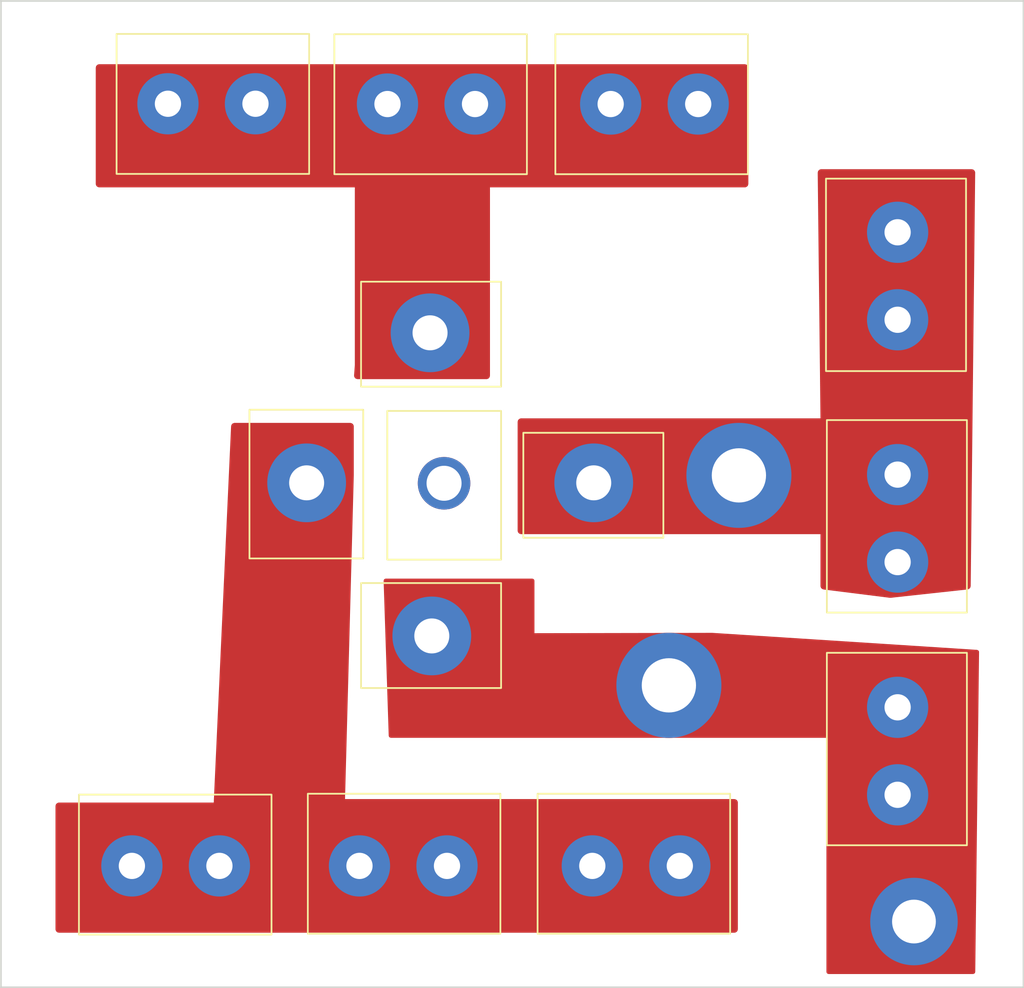
<source format=kicad_pcb>
(kicad_pcb (version 20221018) (generator pcbnew)
  (layers (0 "F.Cu" signal) (31 "B.Cu" signal) (34 "B.Paste" user) (35 "F.Paste" user) (36 "B.SilkS" user "B.Silkscreen") (37 "F.SilkS" user "F.Silkscreen") (38 "B.Mask" user) (39 "F.Mask" user) (44 "Edge.Cuts" user))
  (net 0 "")
  (net 1 "positive_motors")
  (net 2 "negative_motors")
  (net 3 "pwr")
  (net 4 "gnd")
  (footprint "" (layer "F.Cu") (at 159 83)
    (fp_text reference "" (at 0 0) (layer "F.SilkS") (effects (font (size 1.27 1.27))))
    (fp_text value "" (at 0 0) (layer "F.SilkS") (effects (font (size 1.27 1.27))))
    (pad "2" thru_hole circle (at 0 0) (size 6 6) (drill 3.1) (layers "*.Cu" "*.Mask") (net 3 "pwr"))
  )
  (footprint "" (layer "F.Cu") (at 169 108.5)
    (fp_text reference "" (at 0 0) (layer "F.SilkS") (effects (font (size 1.27 1.27))))
    (fp_text value "" (at 0 0) (layer "F.SilkS") (effects (font (size 1.27 1.27))))
    (pad "1" thru_hole circle (at 0 0) (size 5 5) (drill 2.5) (layers "*.Cu" "*.Mask") (net 4 "gnd"))
  )
  (footprint "" (layer "F.Cu") (at 155 95)
    (fp_text reference "" (at 0 0) (layer "F.SilkS") (effects (font (size 1.27 1.27))))
    (fp_text value "" (at 0 0) (layer "F.SilkS") (effects (font (size 1.27 1.27))))
    (pad "2" thru_hole circle (at 0 0) (size 6 6) (drill 3.1) (layers "*.Cu" "*.Mask") (net 4 "gnd"))
  )
  (footprint "clipboard:3956bf9f-648b-47b4-8fb4-f867ac44dcf9" (layer "F.Cu") (at 152.4 109.22)
    (fp_text reference "" (at 17.78 -5.08) (layer "F.SilkS") (effects (font (size 1.27 1.27))))
    (fp_text value "" (at 0 0) (layer "F.SilkS") (effects (font (size 1.27 1.27))))
    (fp_rect (start -31.1 -7.975) (end -20.1 0.025) (stroke (width 0.1)) (fill none) (layer "F.SilkS"))
    (fp_rect (start -28.95 -51.45) (end -17.95 -43.45) (stroke (width 0.1)) (fill none) (layer "F.SilkS"))
    (fp_rect (start -18.025 -8.025) (end -7.025 -0.025) (stroke (width 0.1)) (fill none) (layer "F.SilkS"))
    (fp_rect (start -16.51 -51.434) (end -5.51 -43.434) (stroke (width 0.1)) (fill none) (layer "F.SilkS"))
    (fp_rect (start -14.859 -29.972) (end -21.359 -21.472) (stroke (width 0.1)) (fill none) (layer "F.SilkS"))
    (fp_rect (start -6.985 -37.29) (end -14.985 -31.29) (stroke (width 0.1)) (fill none) (layer "F.SilkS"))
    (fp_rect (start -6.985 -29.904) (end -13.485 -21.404) (stroke (width 0.1)) (fill none) (layer "F.SilkS"))
    (fp_rect (start -6.985 -20.066) (end -14.985 -14.066) (stroke (width 0.1)) (fill none) (layer "F.SilkS"))
    (fp_rect (start -4.9 -8.025) (end 6.1 -0.025) (stroke (width 0.1)) (fill none) (layer "F.SilkS"))
    (fp_rect (start -3.885 -51.434) (end 7.115 -43.434) (stroke (width 0.1)) (fill none) (layer "F.SilkS"))
    (fp_rect (start 2.285 -28.654) (end -5.715 -22.654) (stroke (width 0.1)) (fill none) (layer "F.SilkS"))
    (fp_rect (start 11.575 -32.18) (end 19.575 -43.18) (stroke (width 0.1)) (fill none) (layer "F.SilkS"))
    (fp_rect (start 11.625 -18.38) (end 19.625 -29.38) (stroke (width 0.1)) (fill none) (layer "F.SilkS"))
    (fp_rect (start 11.625 -5.08) (end 19.625 -16.08) (stroke (width 0.1)) (fill none) (layer "F.SilkS"))
    (pad "1" thru_hole circle (at -28.076 -3.9) (size 3.5 3.5) (drill 1.5) (layers "*.Cu" "*.Mask") (net 1 "positive_motors"))
    (pad "1" thru_hole circle (at -26.016 -47.46) (size 3.5 3.5) (drill 1.5) (layers "*.Cu" "*.Mask") (net 2 "negative_motors"))
    (pad "1" thru_hole circle (at -23.076 -3.9) (size 3.5 3.5) (drill 1.5) (layers "*.Cu" "*.Mask") (net 1 "positive_motors"))
    (pad "1" thru_hole circle (at -21.016 -47.46) (size 3.5 3.5) (drill 1.5) (layers "*.Cu" "*.Mask") (net 2 "negative_motors"))
    (pad "1" thru_hole circle (at -15.075 -3.9) (size 3.5 3.5) (drill 1.5) (layers "*.Cu" "*.Mask") (net 1 "positive_motors"))
    (pad "1" thru_hole circle (at -13.475 -47.444) (size 3.5 3.5) (drill 1.5) (layers "*.Cu" "*.Mask") (net 2 "negative_motors"))
    (pad "1" thru_hole circle (at -10.075 -3.9) (size 3.5 3.5) (drill 1.5) (layers "*.Cu" "*.Mask") (net 1 "positive_motors"))
    (pad "1" thru_hole circle (at -8.475 -47.444) (size 3.5 3.5) (drill 1.5) (layers "*.Cu" "*.Mask") (net 2 "negative_motors"))
    (pad "1" thru_hole circle (at -1.775 -3.9) (size 3.5 3.5) (drill 1.5) (layers "*.Cu" "*.Mask") (net 1 "positive_motors"))
    (pad "1" thru_hole circle (at -0.725 -47.444) (size 3.5 3.5) (drill 1.5) (layers "*.Cu" "*.Mask") (net 2 "negative_motors"))
    (pad "1" thru_hole circle (at 3.225 -3.9) (size 3.5 3.5) (drill 1.5) (layers "*.Cu" "*.Mask") (net 1 "positive_motors"))
    (pad "1" thru_hole circle (at 4.275 -47.444) (size 3.5 3.5) (drill 1.5) (layers "*.Cu" "*.Mask") (net 2 "negative_motors"))
    (pad "1" thru_hole circle (at 15.667 -40.114) (size 3.5 3.5) (drill 1.5) (layers "*.Cu" "*.Mask") (net 3 "pwr"))
    (pad "1" thru_hole circle (at 15.667 -35.114) (size 3.5 3.5) (drill 1.5) (layers "*.Cu" "*.Mask") (net 3 "pwr"))
    (pad "1" thru_hole circle (at 15.667 -26.264) (size 3.5 3.5) (drill 1.5) (layers "*.Cu" "*.Mask") (net 3 "pwr"))
    (pad "1" thru_hole circle (at 15.667 -21.264) (size 3.5 3.5) (drill 1.5) (layers "*.Cu" "*.Mask") (net 3 "pwr"))
    (pad "1" thru_hole circle (at 15.667 -12.964) (size 3.5 3.5) (drill 1.5) (layers "*.Cu" "*.Mask") (net 4 "gnd"))
    (pad "1" thru_hole circle (at 15.667 -7.964) (size 3.5 3.5) (drill 1.5) (layers "*.Cu" "*.Mask") (net 4 "gnd"))
    (pad "2" thru_hole circle (at -18.093 -25.794) (size 4.5 4.5) (drill 2) (layers "*.Cu" "*.Mask") (net 1 "positive_motors"))
    (pad "2" thru_hole circle (at -11.043 -34.369) (size 4.5 4.5) (drill 2) (layers "*.Cu" "*.Mask") (net 2 "negative_motors"))
    (pad "2" thru_hole circle (at -10.943 -17.044) (size 4.5 4.5) (drill 2) (layers "*.Cu" "*.Mask") (net 4 "gnd"))
    (pad "2" thru_hole circle (at -10.243 -25.769) (size 3 3) (drill 2) (layers "*.Cu" "*.Mask"))
    (pad "2" thru_hole circle (at -1.693 -25.794) (size 4.5 4.5) (drill 2) (layers "*.Cu" "*.Mask") (net 3 "pwr"))
  )
  (gr_rect (start 116.84 55.88) (end 175.26 112.26) (stroke (width 0.1)) (fill none) (layer "Edge.Cuts"))
  (segment (start 134.3 83.433) (end 134.307 83.426) (width 0) (layer "F.Cu") (net 1))
  (segment (start 133.7 84.033) (end 134.307 83.426) (width 0) (layer "F.Cu") (net 1))
  (segment (start 141.891 92.61) (end 141.457 92.176) (width 0.2) (layer "F.Cu") (net 4))
  (zone (net 1) (net_name "positive_motors") (layer "F.Cu") (priority 2) (connect_pads yes (clearance 0.5)) (min_thickness 0.4) (fill yes (thermal_gap 0.5) (thermal_bridge_width 0.5))
    (polygon (pts (xy 133.5 80) (xy 130 80) (xy 129 101.7) (xy 119.96 101.7) (xy 119.96 109.14) (xy 158.94 109.14) (xy 158.94 101.5) (xy 136.5 101.5) (xy 137 83) (xy 137 80)))
  )
  (zone (net 3) (net_name "pwr") (layer "F.Cu") (priority 1) (connect_pads yes (clearance 0.5)) (min_thickness 0.4) (fill yes (thermal_gap 0.5) (thermal_bridge_width 0.5))
    (polygon (pts (xy 146.36 79.74) (xy 146.36 86.36) (xy 163.66 86.36) (xy 163.66 89.5) (xy 167.64 90) (xy 172.24 89.5) (xy 172.5 65.5) (xy 163.5 65.5) (xy 163.66 79.74)))
  )
  (zone (net 4) (net_name "gnd") (layer "F.Cu") (priority 3) (connect_pads yes (clearance 0.5)) (min_thickness 0.25) (fill yes (thermal_gap 0.5) (thermal_bridge_width 0.5))
    (polygon (pts (xy 147.32 88.9) (xy 147.32 92.02) (xy 157.48 92) (xy 172.72 92.98) (xy 172.5 111.5) (xy 164 111.5) (xy 164 98) (xy 139 98) (xy 138.7 88.9)))
  )
  (zone (net 2) (net_name "negative_motors") (layer "F.Cu") (connect_pads yes (clearance 0.5)) (min_thickness 0.4) (fill yes (thermal_gap 0.5) (thermal_bridge_width 0.5))
    (polygon (pts (xy 137 77.5) (xy 141 77.5) (xy 144.78 77.5) (xy 144.78 66.54) (xy 159.54 66.54) (xy 159.54 59.5) (xy 122.26 59.5) (xy 122.26 66.54) (xy 137.06 66.54) (xy 137.06 76.7)))
  )
)
</source>
